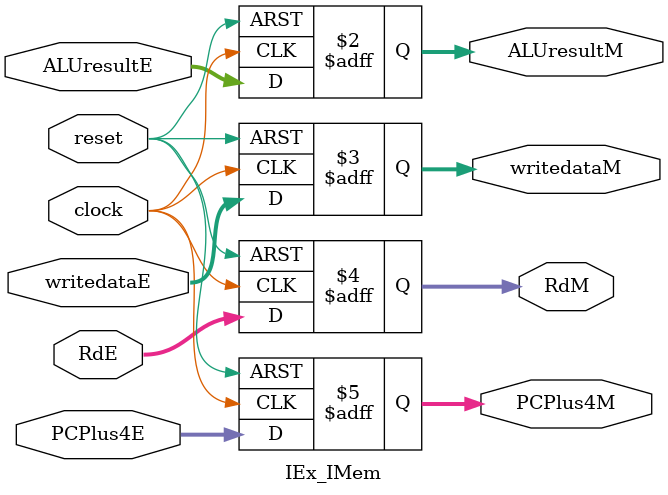
<source format=v>
module IEx_IMem(
	input clock, reset,
	input [31:0] ALUresultE, writedataE,
	input [4:0] RdE,
	input [31:0] PCPlus4E,
	output reg [31:0] ALUresultM, writedataM,
	output reg [4:0] RdM,
	output reg [31:0] PCPlus4M
);
always @( posedge clock, posedge reset) begin
	if(reset) begin
		ALUresultM <= 0;
		writedataM <= 0;
		RdM 	   <= 0;
		PCPlus4M   <= 0;
	 end
	else begin
		ALUresultM <= ALUresultE;
		writedataM <= writedataE;
		RdM 	   <= RdE;
		PCPlus4M   <= PCPlus4E;
	  end
	end
endmodule	
</source>
